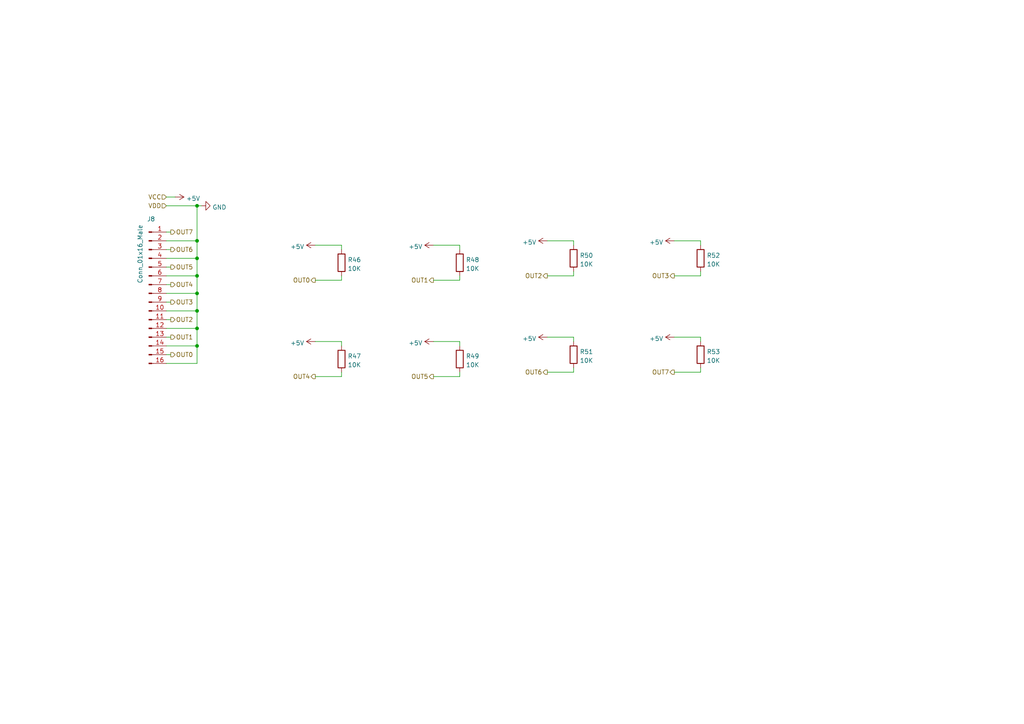
<source format=kicad_sch>
(kicad_sch (version 20211123) (generator eeschema)

  (uuid 5a86361e-58b0-4a32-867b-98ffeee022d1)

  (paper "A4")

  (title_block
    (title "Thermistor")
    (rev "Cainã C.")
    (company "Atomsat")
  )

  (lib_symbols
    (symbol "Connector:Conn_01x16_Male" (pin_names (offset 1.016) hide) (in_bom yes) (on_board yes)
      (property "Reference" "J" (id 0) (at 0 20.32 0)
        (effects (font (size 1.27 1.27)))
      )
      (property "Value" "Conn_01x16_Male" (id 1) (at 0 -22.86 0)
        (effects (font (size 1.27 1.27)))
      )
      (property "Footprint" "" (id 2) (at 0 0 0)
        (effects (font (size 1.27 1.27)) hide)
      )
      (property "Datasheet" "~" (id 3) (at 0 0 0)
        (effects (font (size 1.27 1.27)) hide)
      )
      (property "ki_keywords" "connector" (id 4) (at 0 0 0)
        (effects (font (size 1.27 1.27)) hide)
      )
      (property "ki_description" "Generic connector, single row, 01x16, script generated (kicad-library-utils/schlib/autogen/connector/)" (id 5) (at 0 0 0)
        (effects (font (size 1.27 1.27)) hide)
      )
      (property "ki_fp_filters" "Connector*:*_1x??_*" (id 6) (at 0 0 0)
        (effects (font (size 1.27 1.27)) hide)
      )
      (symbol "Conn_01x16_Male_1_1"
        (polyline
          (pts
            (xy 1.27 -20.32)
            (xy 0.8636 -20.32)
          )
          (stroke (width 0.1524) (type default) (color 0 0 0 0))
          (fill (type none))
        )
        (polyline
          (pts
            (xy 1.27 -17.78)
            (xy 0.8636 -17.78)
          )
          (stroke (width 0.1524) (type default) (color 0 0 0 0))
          (fill (type none))
        )
        (polyline
          (pts
            (xy 1.27 -15.24)
            (xy 0.8636 -15.24)
          )
          (stroke (width 0.1524) (type default) (color 0 0 0 0))
          (fill (type none))
        )
        (polyline
          (pts
            (xy 1.27 -12.7)
            (xy 0.8636 -12.7)
          )
          (stroke (width 0.1524) (type default) (color 0 0 0 0))
          (fill (type none))
        )
        (polyline
          (pts
            (xy 1.27 -10.16)
            (xy 0.8636 -10.16)
          )
          (stroke (width 0.1524) (type default) (color 0 0 0 0))
          (fill (type none))
        )
        (polyline
          (pts
            (xy 1.27 -7.62)
            (xy 0.8636 -7.62)
          )
          (stroke (width 0.1524) (type default) (color 0 0 0 0))
          (fill (type none))
        )
        (polyline
          (pts
            (xy 1.27 -5.08)
            (xy 0.8636 -5.08)
          )
          (stroke (width 0.1524) (type default) (color 0 0 0 0))
          (fill (type none))
        )
        (polyline
          (pts
            (xy 1.27 -2.54)
            (xy 0.8636 -2.54)
          )
          (stroke (width 0.1524) (type default) (color 0 0 0 0))
          (fill (type none))
        )
        (polyline
          (pts
            (xy 1.27 0)
            (xy 0.8636 0)
          )
          (stroke (width 0.1524) (type default) (color 0 0 0 0))
          (fill (type none))
        )
        (polyline
          (pts
            (xy 1.27 2.54)
            (xy 0.8636 2.54)
          )
          (stroke (width 0.1524) (type default) (color 0 0 0 0))
          (fill (type none))
        )
        (polyline
          (pts
            (xy 1.27 5.08)
            (xy 0.8636 5.08)
          )
          (stroke (width 0.1524) (type default) (color 0 0 0 0))
          (fill (type none))
        )
        (polyline
          (pts
            (xy 1.27 7.62)
            (xy 0.8636 7.62)
          )
          (stroke (width 0.1524) (type default) (color 0 0 0 0))
          (fill (type none))
        )
        (polyline
          (pts
            (xy 1.27 10.16)
            (xy 0.8636 10.16)
          )
          (stroke (width 0.1524) (type default) (color 0 0 0 0))
          (fill (type none))
        )
        (polyline
          (pts
            (xy 1.27 12.7)
            (xy 0.8636 12.7)
          )
          (stroke (width 0.1524) (type default) (color 0 0 0 0))
          (fill (type none))
        )
        (polyline
          (pts
            (xy 1.27 15.24)
            (xy 0.8636 15.24)
          )
          (stroke (width 0.1524) (type default) (color 0 0 0 0))
          (fill (type none))
        )
        (polyline
          (pts
            (xy 1.27 17.78)
            (xy 0.8636 17.78)
          )
          (stroke (width 0.1524) (type default) (color 0 0 0 0))
          (fill (type none))
        )
        (rectangle (start 0.8636 -20.193) (end 0 -20.447)
          (stroke (width 0.1524) (type default) (color 0 0 0 0))
          (fill (type outline))
        )
        (rectangle (start 0.8636 -17.653) (end 0 -17.907)
          (stroke (width 0.1524) (type default) (color 0 0 0 0))
          (fill (type outline))
        )
        (rectangle (start 0.8636 -15.113) (end 0 -15.367)
          (stroke (width 0.1524) (type default) (color 0 0 0 0))
          (fill (type outline))
        )
        (rectangle (start 0.8636 -12.573) (end 0 -12.827)
          (stroke (width 0.1524) (type default) (color 0 0 0 0))
          (fill (type outline))
        )
        (rectangle (start 0.8636 -10.033) (end 0 -10.287)
          (stroke (width 0.1524) (type default) (color 0 0 0 0))
          (fill (type outline))
        )
        (rectangle (start 0.8636 -7.493) (end 0 -7.747)
          (stroke (width 0.1524) (type default) (color 0 0 0 0))
          (fill (type outline))
        )
        (rectangle (start 0.8636 -4.953) (end 0 -5.207)
          (stroke (width 0.1524) (type default) (color 0 0 0 0))
          (fill (type outline))
        )
        (rectangle (start 0.8636 -2.413) (end 0 -2.667)
          (stroke (width 0.1524) (type default) (color 0 0 0 0))
          (fill (type outline))
        )
        (rectangle (start 0.8636 0.127) (end 0 -0.127)
          (stroke (width 0.1524) (type default) (color 0 0 0 0))
          (fill (type outline))
        )
        (rectangle (start 0.8636 2.667) (end 0 2.413)
          (stroke (width 0.1524) (type default) (color 0 0 0 0))
          (fill (type outline))
        )
        (rectangle (start 0.8636 5.207) (end 0 4.953)
          (stroke (width 0.1524) (type default) (color 0 0 0 0))
          (fill (type outline))
        )
        (rectangle (start 0.8636 7.747) (end 0 7.493)
          (stroke (width 0.1524) (type default) (color 0 0 0 0))
          (fill (type outline))
        )
        (rectangle (start 0.8636 10.287) (end 0 10.033)
          (stroke (width 0.1524) (type default) (color 0 0 0 0))
          (fill (type outline))
        )
        (rectangle (start 0.8636 12.827) (end 0 12.573)
          (stroke (width 0.1524) (type default) (color 0 0 0 0))
          (fill (type outline))
        )
        (rectangle (start 0.8636 15.367) (end 0 15.113)
          (stroke (width 0.1524) (type default) (color 0 0 0 0))
          (fill (type outline))
        )
        (rectangle (start 0.8636 17.907) (end 0 17.653)
          (stroke (width 0.1524) (type default) (color 0 0 0 0))
          (fill (type outline))
        )
        (pin passive line (at 5.08 17.78 180) (length 3.81)
          (name "Pin_1" (effects (font (size 1.27 1.27))))
          (number "1" (effects (font (size 1.27 1.27))))
        )
        (pin passive line (at 5.08 -5.08 180) (length 3.81)
          (name "Pin_10" (effects (font (size 1.27 1.27))))
          (number "10" (effects (font (size 1.27 1.27))))
        )
        (pin passive line (at 5.08 -7.62 180) (length 3.81)
          (name "Pin_11" (effects (font (size 1.27 1.27))))
          (number "11" (effects (font (size 1.27 1.27))))
        )
        (pin passive line (at 5.08 -10.16 180) (length 3.81)
          (name "Pin_12" (effects (font (size 1.27 1.27))))
          (number "12" (effects (font (size 1.27 1.27))))
        )
        (pin passive line (at 5.08 -12.7 180) (length 3.81)
          (name "Pin_13" (effects (font (size 1.27 1.27))))
          (number "13" (effects (font (size 1.27 1.27))))
        )
        (pin passive line (at 5.08 -15.24 180) (length 3.81)
          (name "Pin_14" (effects (font (size 1.27 1.27))))
          (number "14" (effects (font (size 1.27 1.27))))
        )
        (pin passive line (at 5.08 -17.78 180) (length 3.81)
          (name "Pin_15" (effects (font (size 1.27 1.27))))
          (number "15" (effects (font (size 1.27 1.27))))
        )
        (pin passive line (at 5.08 -20.32 180) (length 3.81)
          (name "Pin_16" (effects (font (size 1.27 1.27))))
          (number "16" (effects (font (size 1.27 1.27))))
        )
        (pin passive line (at 5.08 15.24 180) (length 3.81)
          (name "Pin_2" (effects (font (size 1.27 1.27))))
          (number "2" (effects (font (size 1.27 1.27))))
        )
        (pin passive line (at 5.08 12.7 180) (length 3.81)
          (name "Pin_3" (effects (font (size 1.27 1.27))))
          (number "3" (effects (font (size 1.27 1.27))))
        )
        (pin passive line (at 5.08 10.16 180) (length 3.81)
          (name "Pin_4" (effects (font (size 1.27 1.27))))
          (number "4" (effects (font (size 1.27 1.27))))
        )
        (pin passive line (at 5.08 7.62 180) (length 3.81)
          (name "Pin_5" (effects (font (size 1.27 1.27))))
          (number "5" (effects (font (size 1.27 1.27))))
        )
        (pin passive line (at 5.08 5.08 180) (length 3.81)
          (name "Pin_6" (effects (font (size 1.27 1.27))))
          (number "6" (effects (font (size 1.27 1.27))))
        )
        (pin passive line (at 5.08 2.54 180) (length 3.81)
          (name "Pin_7" (effects (font (size 1.27 1.27))))
          (number "7" (effects (font (size 1.27 1.27))))
        )
        (pin passive line (at 5.08 0 180) (length 3.81)
          (name "Pin_8" (effects (font (size 1.27 1.27))))
          (number "8" (effects (font (size 1.27 1.27))))
        )
        (pin passive line (at 5.08 -2.54 180) (length 3.81)
          (name "Pin_9" (effects (font (size 1.27 1.27))))
          (number "9" (effects (font (size 1.27 1.27))))
        )
      )
    )
    (symbol "Device:R" (pin_numbers hide) (pin_names (offset 0)) (in_bom yes) (on_board yes)
      (property "Reference" "R" (id 0) (at 2.032 0 90)
        (effects (font (size 1.27 1.27)))
      )
      (property "Value" "R" (id 1) (at 0 0 90)
        (effects (font (size 1.27 1.27)))
      )
      (property "Footprint" "" (id 2) (at -1.778 0 90)
        (effects (font (size 1.27 1.27)) hide)
      )
      (property "Datasheet" "~" (id 3) (at 0 0 0)
        (effects (font (size 1.27 1.27)) hide)
      )
      (property "ki_keywords" "R res resistor" (id 4) (at 0 0 0)
        (effects (font (size 1.27 1.27)) hide)
      )
      (property "ki_description" "Resistor" (id 5) (at 0 0 0)
        (effects (font (size 1.27 1.27)) hide)
      )
      (property "ki_fp_filters" "R_*" (id 6) (at 0 0 0)
        (effects (font (size 1.27 1.27)) hide)
      )
      (symbol "R_0_1"
        (rectangle (start -1.016 -2.54) (end 1.016 2.54)
          (stroke (width 0.254) (type default) (color 0 0 0 0))
          (fill (type none))
        )
      )
      (symbol "R_1_1"
        (pin passive line (at 0 3.81 270) (length 1.27)
          (name "~" (effects (font (size 1.27 1.27))))
          (number "1" (effects (font (size 1.27 1.27))))
        )
        (pin passive line (at 0 -3.81 90) (length 1.27)
          (name "~" (effects (font (size 1.27 1.27))))
          (number "2" (effects (font (size 1.27 1.27))))
        )
      )
    )
    (symbol "power:+5V" (power) (pin_names (offset 0)) (in_bom yes) (on_board yes)
      (property "Reference" "#PWR" (id 0) (at 0 -3.81 0)
        (effects (font (size 1.27 1.27)) hide)
      )
      (property "Value" "+5V" (id 1) (at 0 3.556 0)
        (effects (font (size 1.27 1.27)))
      )
      (property "Footprint" "" (id 2) (at 0 0 0)
        (effects (font (size 1.27 1.27)) hide)
      )
      (property "Datasheet" "" (id 3) (at 0 0 0)
        (effects (font (size 1.27 1.27)) hide)
      )
      (property "ki_keywords" "power-flag" (id 4) (at 0 0 0)
        (effects (font (size 1.27 1.27)) hide)
      )
      (property "ki_description" "Power symbol creates a global label with name \"+5V\"" (id 5) (at 0 0 0)
        (effects (font (size 1.27 1.27)) hide)
      )
      (symbol "+5V_0_1"
        (polyline
          (pts
            (xy -0.762 1.27)
            (xy 0 2.54)
          )
          (stroke (width 0) (type default) (color 0 0 0 0))
          (fill (type none))
        )
        (polyline
          (pts
            (xy 0 0)
            (xy 0 2.54)
          )
          (stroke (width 0) (type default) (color 0 0 0 0))
          (fill (type none))
        )
        (polyline
          (pts
            (xy 0 2.54)
            (xy 0.762 1.27)
          )
          (stroke (width 0) (type default) (color 0 0 0 0))
          (fill (type none))
        )
      )
      (symbol "+5V_1_1"
        (pin power_in line (at 0 0 90) (length 0) hide
          (name "+5V" (effects (font (size 1.27 1.27))))
          (number "1" (effects (font (size 1.27 1.27))))
        )
      )
    )
    (symbol "power:GND" (power) (pin_names (offset 0)) (in_bom yes) (on_board yes)
      (property "Reference" "#PWR" (id 0) (at 0 -6.35 0)
        (effects (font (size 1.27 1.27)) hide)
      )
      (property "Value" "GND" (id 1) (at 0 -3.81 0)
        (effects (font (size 1.27 1.27)))
      )
      (property "Footprint" "" (id 2) (at 0 0 0)
        (effects (font (size 1.27 1.27)) hide)
      )
      (property "Datasheet" "" (id 3) (at 0 0 0)
        (effects (font (size 1.27 1.27)) hide)
      )
      (property "ki_keywords" "power-flag" (id 4) (at 0 0 0)
        (effects (font (size 1.27 1.27)) hide)
      )
      (property "ki_description" "Power symbol creates a global label with name \"GND\" , ground" (id 5) (at 0 0 0)
        (effects (font (size 1.27 1.27)) hide)
      )
      (symbol "GND_0_1"
        (polyline
          (pts
            (xy 0 0)
            (xy 0 -1.27)
            (xy 1.27 -1.27)
            (xy 0 -2.54)
            (xy -1.27 -1.27)
            (xy 0 -1.27)
          )
          (stroke (width 0) (type default) (color 0 0 0 0))
          (fill (type none))
        )
      )
      (symbol "GND_1_1"
        (pin power_in line (at 0 0 270) (length 0) hide
          (name "GND" (effects (font (size 1.27 1.27))))
          (number "1" (effects (font (size 1.27 1.27))))
        )
      )
    )
  )

  (junction (at 57.15 100.33) (diameter 0) (color 0 0 0 0)
    (uuid 124a9f05-9969-41ed-9a84-7fa91ff7e083)
  )
  (junction (at 57.15 90.17) (diameter 0) (color 0 0 0 0)
    (uuid 19d5e900-1058-4432-86cd-22d91ed3a123)
  )
  (junction (at 57.15 95.25) (diameter 0) (color 0 0 0 0)
    (uuid 45728cb4-6e91-4ba0-8ad1-f0d8a3e727f2)
  )
  (junction (at 57.15 69.85) (diameter 0) (color 0 0 0 0)
    (uuid 66cf80bb-bdf5-4bb1-8643-b56a6262fe02)
  )
  (junction (at 57.15 80.01) (diameter 0) (color 0 0 0 0)
    (uuid b1a53c01-79be-4166-a47a-78ed7e9be15b)
  )
  (junction (at 57.15 74.93) (diameter 0) (color 0 0 0 0)
    (uuid b94cfd0e-ab2e-4ff8-aa07-04c53a362a75)
  )
  (junction (at 57.15 85.09) (diameter 0) (color 0 0 0 0)
    (uuid c3f944dd-1910-420f-b202-0f4a1b4c189d)
  )
  (junction (at 57.15 59.69) (diameter 0) (color 0 0 0 0)
    (uuid f6aaeda2-3305-4f2a-b2da-6893a7053d36)
  )

  (wire (pts (xy 158.75 80.01) (xy 166.37 80.01))
    (stroke (width 0) (type default) (color 0 0 0 0))
    (uuid 0529156c-44e3-40d6-b911-ff0cca201671)
  )
  (wire (pts (xy 57.15 74.93) (xy 57.15 69.85))
    (stroke (width 0) (type default) (color 0 0 0 0))
    (uuid 07095423-904a-4a61-8805-7f2cbaf83b63)
  )
  (wire (pts (xy 57.15 85.09) (xy 57.15 80.01))
    (stroke (width 0) (type default) (color 0 0 0 0))
    (uuid 0b5caacd-60bc-46d2-ae26-b50ae10120f4)
  )
  (wire (pts (xy 99.06 71.12) (xy 91.44 71.12))
    (stroke (width 0) (type default) (color 0 0 0 0))
    (uuid 101ff6cc-f229-4382-807a-a82aa3d05e98)
  )
  (wire (pts (xy 99.06 72.39) (xy 99.06 71.12))
    (stroke (width 0) (type default) (color 0 0 0 0))
    (uuid 10265ee3-7763-4665-97e4-21b261678a2b)
  )
  (wire (pts (xy 57.15 90.17) (xy 57.15 95.25))
    (stroke (width 0) (type default) (color 0 0 0 0))
    (uuid 1d03238d-adf8-4460-b21a-c3032850d458)
  )
  (wire (pts (xy 57.15 100.33) (xy 57.15 95.25))
    (stroke (width 0) (type default) (color 0 0 0 0))
    (uuid 22603337-6848-49a7-8d6d-4912246c6ec7)
  )
  (wire (pts (xy 166.37 71.12) (xy 166.37 69.85))
    (stroke (width 0) (type default) (color 0 0 0 0))
    (uuid 24a505c1-9210-4da8-83e0-92b9001457b6)
  )
  (wire (pts (xy 195.58 80.01) (xy 203.2 80.01))
    (stroke (width 0) (type default) (color 0 0 0 0))
    (uuid 26c3efea-a132-45e2-b544-4e142b45cdfb)
  )
  (wire (pts (xy 133.35 71.12) (xy 125.73 71.12))
    (stroke (width 0) (type default) (color 0 0 0 0))
    (uuid 28b552aa-7b80-4390-8985-8825dd644cc0)
  )
  (wire (pts (xy 203.2 106.68) (xy 203.2 107.95))
    (stroke (width 0) (type default) (color 0 0 0 0))
    (uuid 2f6f0057-1ddb-4abb-9094-fc2814dda499)
  )
  (wire (pts (xy 50.8 57.15) (xy 48.26 57.15))
    (stroke (width 0) (type default) (color 0 0 0 0))
    (uuid 332db9e3-55f8-42f3-8fb5-04fdeacf1bb4)
  )
  (wire (pts (xy 203.2 97.79) (xy 195.58 97.79))
    (stroke (width 0) (type default) (color 0 0 0 0))
    (uuid 3e217df9-2116-4974-80f5-5ba862ac783b)
  )
  (wire (pts (xy 166.37 69.85) (xy 158.75 69.85))
    (stroke (width 0) (type default) (color 0 0 0 0))
    (uuid 42b20fce-cafa-4110-96da-2beddbede5e7)
  )
  (wire (pts (xy 203.2 99.06) (xy 203.2 97.79))
    (stroke (width 0) (type default) (color 0 0 0 0))
    (uuid 43d9c3e2-186b-4859-90e9-3e737d0f7e3a)
  )
  (wire (pts (xy 48.26 69.85) (xy 57.15 69.85))
    (stroke (width 0) (type default) (color 0 0 0 0))
    (uuid 4639909f-beb1-4e8c-9243-2ef9ae5509c0)
  )
  (wire (pts (xy 48.26 67.31) (xy 49.53 67.31))
    (stroke (width 0) (type default) (color 0 0 0 0))
    (uuid 4a41cd1d-6c54-4ede-9761-2421feb8620a)
  )
  (wire (pts (xy 48.26 92.71) (xy 49.53 92.71))
    (stroke (width 0) (type default) (color 0 0 0 0))
    (uuid 4bdc30fa-c617-4192-a2d7-4799de37fd66)
  )
  (wire (pts (xy 57.15 80.01) (xy 57.15 74.93))
    (stroke (width 0) (type default) (color 0 0 0 0))
    (uuid 50c17163-83b1-440e-92fc-a68a680adc84)
  )
  (wire (pts (xy 166.37 97.79) (xy 158.75 97.79))
    (stroke (width 0) (type default) (color 0 0 0 0))
    (uuid 5122614f-aa89-4b70-9a47-ac7a98aa2178)
  )
  (wire (pts (xy 91.44 109.22) (xy 99.06 109.22))
    (stroke (width 0) (type default) (color 0 0 0 0))
    (uuid 58bff9b5-2e9e-4e36-b1e4-5ed9c3a35c64)
  )
  (wire (pts (xy 166.37 99.06) (xy 166.37 97.79))
    (stroke (width 0) (type default) (color 0 0 0 0))
    (uuid 5bfc2c4f-81d7-41a5-95a4-84a880e1211e)
  )
  (wire (pts (xy 133.35 80.01) (xy 133.35 81.28))
    (stroke (width 0) (type default) (color 0 0 0 0))
    (uuid 5f53d738-aa9b-428e-a714-778e57b38a84)
  )
  (wire (pts (xy 57.15 59.69) (xy 58.42 59.69))
    (stroke (width 0) (type default) (color 0 0 0 0))
    (uuid 6090953d-3821-4d16-a3e0-f4e04948d683)
  )
  (wire (pts (xy 125.73 109.22) (xy 133.35 109.22))
    (stroke (width 0) (type default) (color 0 0 0 0))
    (uuid 61d20083-2c3a-4124-abd0-03a9f02bc5c9)
  )
  (wire (pts (xy 48.26 80.01) (xy 57.15 80.01))
    (stroke (width 0) (type default) (color 0 0 0 0))
    (uuid 68e9e817-7416-46ea-beef-aa64590704fc)
  )
  (wire (pts (xy 48.26 82.55) (xy 49.53 82.55))
    (stroke (width 0) (type default) (color 0 0 0 0))
    (uuid 781577db-f9b1-4e20-8ad3-22a701821545)
  )
  (wire (pts (xy 195.58 107.95) (xy 203.2 107.95))
    (stroke (width 0) (type default) (color 0 0 0 0))
    (uuid 7a6b6d3b-f037-4c6d-b111-f64f63f18a8c)
  )
  (wire (pts (xy 48.26 105.41) (xy 57.15 105.41))
    (stroke (width 0) (type default) (color 0 0 0 0))
    (uuid 7c2f814d-ffe6-4f62-9fb5-8c0b19d9c860)
  )
  (wire (pts (xy 48.26 87.63) (xy 49.53 87.63))
    (stroke (width 0) (type default) (color 0 0 0 0))
    (uuid 7ddb3640-0dcd-4444-82d1-fbefb920c29b)
  )
  (wire (pts (xy 99.06 80.01) (xy 99.06 81.28))
    (stroke (width 0) (type default) (color 0 0 0 0))
    (uuid 7edf2c13-7206-472c-9605-d30c529a03d3)
  )
  (wire (pts (xy 57.15 105.41) (xy 57.15 100.33))
    (stroke (width 0) (type default) (color 0 0 0 0))
    (uuid 7fed3097-c1ca-4105-b453-5b8c8cd5d487)
  )
  (wire (pts (xy 203.2 69.85) (xy 195.58 69.85))
    (stroke (width 0) (type default) (color 0 0 0 0))
    (uuid 8338a17b-48a8-46ec-b87a-d9056e521fd5)
  )
  (wire (pts (xy 133.35 72.39) (xy 133.35 71.12))
    (stroke (width 0) (type default) (color 0 0 0 0))
    (uuid 86dc4bda-2c3c-45b5-8a73-053e123d9711)
  )
  (wire (pts (xy 99.06 100.33) (xy 99.06 99.06))
    (stroke (width 0) (type default) (color 0 0 0 0))
    (uuid 8820fa97-b225-4144-b686-3bce6ddd6c24)
  )
  (wire (pts (xy 48.26 97.79) (xy 49.53 97.79))
    (stroke (width 0) (type default) (color 0 0 0 0))
    (uuid 8a161b53-6438-40ae-b229-58b41203e817)
  )
  (wire (pts (xy 48.26 72.39) (xy 49.53 72.39))
    (stroke (width 0) (type default) (color 0 0 0 0))
    (uuid 8f532e86-ab0c-4c40-a5a7-63ad39592fc2)
  )
  (wire (pts (xy 133.35 107.95) (xy 133.35 109.22))
    (stroke (width 0) (type default) (color 0 0 0 0))
    (uuid 9349495a-9a99-4158-89d7-ccaa01ba322c)
  )
  (wire (pts (xy 48.26 77.47) (xy 49.53 77.47))
    (stroke (width 0) (type default) (color 0 0 0 0))
    (uuid 96a7a9b6-1378-4483-a141-fcfb6578eec4)
  )
  (wire (pts (xy 166.37 78.74) (xy 166.37 80.01))
    (stroke (width 0) (type default) (color 0 0 0 0))
    (uuid 977f3335-a32b-4ad5-8b1c-4e2101c48fac)
  )
  (wire (pts (xy 48.26 74.93) (xy 57.15 74.93))
    (stroke (width 0) (type default) (color 0 0 0 0))
    (uuid 9faa6731-cfd0-4976-94ac-45d6e29ceaa9)
  )
  (wire (pts (xy 91.44 81.28) (xy 99.06 81.28))
    (stroke (width 0) (type default) (color 0 0 0 0))
    (uuid a43b6bd5-73a0-4b53-8eb4-e0d6a369b0dc)
  )
  (wire (pts (xy 125.73 81.28) (xy 133.35 81.28))
    (stroke (width 0) (type default) (color 0 0 0 0))
    (uuid af028170-e945-41b4-a20a-142b5f03426a)
  )
  (wire (pts (xy 48.26 90.17) (xy 57.15 90.17))
    (stroke (width 0) (type default) (color 0 0 0 0))
    (uuid b0df22a0-b5fe-4d8b-bf7c-6b4f591d840b)
  )
  (wire (pts (xy 166.37 106.68) (xy 166.37 107.95))
    (stroke (width 0) (type default) (color 0 0 0 0))
    (uuid b5872982-2402-4121-9f9b-22bc3864ff32)
  )
  (wire (pts (xy 99.06 99.06) (xy 91.44 99.06))
    (stroke (width 0) (type default) (color 0 0 0 0))
    (uuid ba6b213e-6fca-4129-a1fc-de0665bedf5f)
  )
  (wire (pts (xy 57.15 85.09) (xy 57.15 90.17))
    (stroke (width 0) (type default) (color 0 0 0 0))
    (uuid be0bfdb2-1deb-41e7-a134-da9594fdffc6)
  )
  (wire (pts (xy 48.26 59.69) (xy 57.15 59.69))
    (stroke (width 0) (type default) (color 0 0 0 0))
    (uuid c2e699c6-4556-4d0d-8623-6cc108b0a2a2)
  )
  (wire (pts (xy 48.26 102.87) (xy 49.53 102.87))
    (stroke (width 0) (type default) (color 0 0 0 0))
    (uuid ce7f70d3-f367-47e4-af07-3fdd5dcb41fb)
  )
  (wire (pts (xy 203.2 71.12) (xy 203.2 69.85))
    (stroke (width 0) (type default) (color 0 0 0 0))
    (uuid d799c389-1a2c-45c4-9633-312365542056)
  )
  (wire (pts (xy 158.75 107.95) (xy 166.37 107.95))
    (stroke (width 0) (type default) (color 0 0 0 0))
    (uuid d7cdb57b-7592-47a9-b7de-a04945982245)
  )
  (wire (pts (xy 57.15 69.85) (xy 57.15 59.69))
    (stroke (width 0) (type default) (color 0 0 0 0))
    (uuid de06d772-3aab-4abb-bba0-4649020fce80)
  )
  (wire (pts (xy 203.2 78.74) (xy 203.2 80.01))
    (stroke (width 0) (type default) (color 0 0 0 0))
    (uuid e09de946-e865-426e-93de-35a885cc6111)
  )
  (wire (pts (xy 48.26 95.25) (xy 57.15 95.25))
    (stroke (width 0) (type default) (color 0 0 0 0))
    (uuid e14ef530-2a85-414c-93bc-3f8d46a6cdbb)
  )
  (wire (pts (xy 133.35 100.33) (xy 133.35 99.06))
    (stroke (width 0) (type default) (color 0 0 0 0))
    (uuid e4e6ec0f-aee8-491f-88a5-81dd22d60d3d)
  )
  (wire (pts (xy 48.26 100.33) (xy 57.15 100.33))
    (stroke (width 0) (type default) (color 0 0 0 0))
    (uuid e7a5e764-8188-4f00-b95c-f7a23e397e48)
  )
  (wire (pts (xy 133.35 99.06) (xy 125.73 99.06))
    (stroke (width 0) (type default) (color 0 0 0 0))
    (uuid ea40caff-de19-42fd-81df-92be82a64be4)
  )
  (wire (pts (xy 48.26 85.09) (xy 57.15 85.09))
    (stroke (width 0) (type default) (color 0 0 0 0))
    (uuid f00d4873-d1d3-46e5-b03a-cf33f380b6b3)
  )
  (wire (pts (xy 99.06 107.95) (xy 99.06 109.22))
    (stroke (width 0) (type default) (color 0 0 0 0))
    (uuid f4800ee6-c779-4a89-a99f-abf00cad7e25)
  )

  (hierarchical_label "OUT2" (shape output) (at 49.53 92.71 0)
    (effects (font (size 1.27 1.27)) (justify left))
    (uuid 3050cd25-952f-4c63-b94a-a44254981451)
  )
  (hierarchical_label "OUT5" (shape output) (at 49.53 77.47 0)
    (effects (font (size 1.27 1.27)) (justify left))
    (uuid 47748928-3457-41bb-953e-c58fdfb9db86)
  )
  (hierarchical_label "OUT2" (shape output) (at 158.75 80.01 180)
    (effects (font (size 1.27 1.27)) (justify right))
    (uuid 4d086a03-abfa-44f7-a603-7efb646bd802)
  )
  (hierarchical_label "OUT0" (shape output) (at 91.44 81.28 180)
    (effects (font (size 1.27 1.27)) (justify right))
    (uuid 61f9c4dc-27b4-422c-b570-fabf2f8543a3)
  )
  (hierarchical_label "OUT1" (shape output) (at 125.73 81.28 180)
    (effects (font (size 1.27 1.27)) (justify right))
    (uuid 65021b9b-4042-4ac9-a386-47ce8033abba)
  )
  (hierarchical_label "OUT3" (shape output) (at 49.53 87.63 0)
    (effects (font (size 1.27 1.27)) (justify left))
    (uuid 6b42ee50-f5c7-4351-b426-bb66867d6808)
  )
  (hierarchical_label "VDD" (shape input) (at 48.26 59.69 180)
    (effects (font (size 1.27 1.27)) (justify right))
    (uuid 8f7aefc9-4efa-411b-a3a6-b37281ab5633)
  )
  (hierarchical_label "OUT3" (shape output) (at 195.58 80.01 180)
    (effects (font (size 1.27 1.27)) (justify right))
    (uuid 93162f5c-ce55-41c0-b5ef-0a88fc00b96c)
  )
  (hierarchical_label "VCC" (shape input) (at 48.26 57.15 180)
    (effects (font (size 1.27 1.27)) (justify right))
    (uuid 9efabc47-8845-41e4-9f37-8c5efdc37da6)
  )
  (hierarchical_label "OUT5" (shape output) (at 125.73 109.22 180)
    (effects (font (size 1.27 1.27)) (justify right))
    (uuid a9d77934-cfb3-4b38-bd7d-2de9efe89c56)
  )
  (hierarchical_label "OUT7" (shape output) (at 49.53 67.31 0)
    (effects (font (size 1.27 1.27)) (justify left))
    (uuid b301df02-6d5d-4f4b-a2ea-c488a5d3c08f)
  )
  (hierarchical_label "OUT0" (shape output) (at 49.53 102.87 0)
    (effects (font (size 1.27 1.27)) (justify left))
    (uuid b8316b0c-c87f-4d41-b0ca-f3ef6633cd49)
  )
  (hierarchical_label "OUT4" (shape output) (at 49.53 82.55 0)
    (effects (font (size 1.27 1.27)) (justify left))
    (uuid caa47e44-74f7-4f31-af41-2a8b6ced5a41)
  )
  (hierarchical_label "OUT4" (shape output) (at 91.44 109.22 180)
    (effects (font (size 1.27 1.27)) (justify right))
    (uuid cf4c597c-2376-4fb6-8435-7c56ec4fe0b8)
  )
  (hierarchical_label "OUT1" (shape output) (at 49.53 97.79 0)
    (effects (font (size 1.27 1.27)) (justify left))
    (uuid db1401d3-3e8f-4a4a-aaab-6ba3e66f50d2)
  )
  (hierarchical_label "OUT6" (shape output) (at 49.53 72.39 0)
    (effects (font (size 1.27 1.27)) (justify left))
    (uuid dd4576da-8dc2-4e6e-8ff1-250564769260)
  )
  (hierarchical_label "OUT7" (shape output) (at 195.58 107.95 180)
    (effects (font (size 1.27 1.27)) (justify right))
    (uuid e3591464-67cc-4b79-86a7-7b36c0357c8b)
  )
  (hierarchical_label "OUT6" (shape output) (at 158.75 107.95 180)
    (effects (font (size 1.27 1.27)) (justify right))
    (uuid f1273f76-aa01-4682-9ee5-9c9b89db493d)
  )

  (symbol (lib_id "power:+5V") (at 195.58 69.85 90) (unit 1)
    (in_bom yes) (on_board yes) (fields_autoplaced)
    (uuid 089c0135-4dc8-4a9c-8fed-5fae1fe6a1fb)
    (property "Reference" "#PWR062" (id 0) (at 199.39 69.85 0)
      (effects (font (size 1.27 1.27)) hide)
    )
    (property "Value" "+5V" (id 1) (at 192.4051 70.2838 90)
      (effects (font (size 1.27 1.27)) (justify left))
    )
    (property "Footprint" "" (id 2) (at 195.58 69.85 0)
      (effects (font (size 1.27 1.27)) hide)
    )
    (property "Datasheet" "" (id 3) (at 195.58 69.85 0)
      (effects (font (size 1.27 1.27)) hide)
    )
    (pin "1" (uuid 4e6eacc0-aae7-4736-9bac-f417b515d3f7))
  )

  (symbol (lib_id "power:+5V") (at 158.75 97.79 90) (unit 1)
    (in_bom yes) (on_board yes) (fields_autoplaced)
    (uuid 186b554e-1818-4f8e-9478-7b255c14c0fc)
    (property "Reference" "#PWR061" (id 0) (at 162.56 97.79 0)
      (effects (font (size 1.27 1.27)) hide)
    )
    (property "Value" "+5V" (id 1) (at 155.5751 98.2238 90)
      (effects (font (size 1.27 1.27)) (justify left))
    )
    (property "Footprint" "" (id 2) (at 158.75 97.79 0)
      (effects (font (size 1.27 1.27)) hide)
    )
    (property "Datasheet" "" (id 3) (at 158.75 97.79 0)
      (effects (font (size 1.27 1.27)) hide)
    )
    (pin "1" (uuid c523dd7b-b4aa-4193-a96f-fb2f3810221c))
  )

  (symbol (lib_id "power:+5V") (at 158.75 69.85 90) (unit 1)
    (in_bom yes) (on_board yes) (fields_autoplaced)
    (uuid 2e4206d1-f92d-41a6-932d-4d24ac120701)
    (property "Reference" "#PWR060" (id 0) (at 162.56 69.85 0)
      (effects (font (size 1.27 1.27)) hide)
    )
    (property "Value" "+5V" (id 1) (at 155.5751 70.2838 90)
      (effects (font (size 1.27 1.27)) (justify left))
    )
    (property "Footprint" "" (id 2) (at 158.75 69.85 0)
      (effects (font (size 1.27 1.27)) hide)
    )
    (property "Datasheet" "" (id 3) (at 158.75 69.85 0)
      (effects (font (size 1.27 1.27)) hide)
    )
    (pin "1" (uuid a553e090-5a03-43fe-9d51-9b72c5d5397f))
  )

  (symbol (lib_id "Device:R") (at 99.06 104.14 0) (unit 1)
    (in_bom yes) (on_board yes) (fields_autoplaced)
    (uuid 3233dc6c-2e72-4599-a041-0184b5fecee4)
    (property "Reference" "R47" (id 0) (at 100.838 103.3053 0)
      (effects (font (size 1.27 1.27)) (justify left))
    )
    (property "Value" "10K" (id 1) (at 100.838 105.8422 0)
      (effects (font (size 1.27 1.27)) (justify left))
    )
    (property "Footprint" "Resistor_SMD:R_0805_2012Metric" (id 2) (at 97.282 104.14 90)
      (effects (font (size 1.27 1.27)) hide)
    )
    (property "Datasheet" "~" (id 3) (at 99.06 104.14 0)
      (effects (font (size 1.27 1.27)) hide)
    )
    (pin "1" (uuid fc9ac9cc-8939-4b3f-923d-0553b5c59f29))
    (pin "2" (uuid 544587ff-6270-4270-9651-b0e1c7b4c5c9))
  )

  (symbol (lib_id "power:GND") (at 58.42 59.69 90) (unit 1)
    (in_bom yes) (on_board yes) (fields_autoplaced)
    (uuid 37964632-4444-4e19-851f-2d2eb8c716dd)
    (property "Reference" "#PWR055" (id 0) (at 64.77 59.69 0)
      (effects (font (size 1.27 1.27)) hide)
    )
    (property "Value" "GND" (id 1) (at 61.595 60.1238 90)
      (effects (font (size 1.27 1.27)) (justify right))
    )
    (property "Footprint" "" (id 2) (at 58.42 59.69 0)
      (effects (font (size 1.27 1.27)) hide)
    )
    (property "Datasheet" "" (id 3) (at 58.42 59.69 0)
      (effects (font (size 1.27 1.27)) hide)
    )
    (pin "1" (uuid 9ebc30dd-ab97-4614-a215-f90d9a2ca163))
  )

  (symbol (lib_id "power:+5V") (at 125.73 99.06 90) (unit 1)
    (in_bom yes) (on_board yes) (fields_autoplaced)
    (uuid 4f7a80d8-b0e3-44dd-84e0-7c69760fb678)
    (property "Reference" "#PWR059" (id 0) (at 129.54 99.06 0)
      (effects (font (size 1.27 1.27)) hide)
    )
    (property "Value" "+5V" (id 1) (at 122.5551 99.4938 90)
      (effects (font (size 1.27 1.27)) (justify left))
    )
    (property "Footprint" "" (id 2) (at 125.73 99.06 0)
      (effects (font (size 1.27 1.27)) hide)
    )
    (property "Datasheet" "" (id 3) (at 125.73 99.06 0)
      (effects (font (size 1.27 1.27)) hide)
    )
    (pin "1" (uuid 7f12e36f-3ba1-4033-96af-97d107c99f0b))
  )

  (symbol (lib_id "power:+5V") (at 50.8 57.15 270) (unit 1)
    (in_bom yes) (on_board yes) (fields_autoplaced)
    (uuid 6c5b9fb6-7d8a-4aa1-8b5e-479cb79f5da5)
    (property "Reference" "#PWR054" (id 0) (at 46.99 57.15 0)
      (effects (font (size 1.27 1.27)) hide)
    )
    (property "Value" "+5V" (id 1) (at 53.975 57.5838 90)
      (effects (font (size 1.27 1.27)) (justify left))
    )
    (property "Footprint" "" (id 2) (at 50.8 57.15 0)
      (effects (font (size 1.27 1.27)) hide)
    )
    (property "Datasheet" "" (id 3) (at 50.8 57.15 0)
      (effects (font (size 1.27 1.27)) hide)
    )
    (pin "1" (uuid 515275e1-6707-49bf-ac02-701b2a7c9c73))
  )

  (symbol (lib_id "power:+5V") (at 125.73 71.12 90) (unit 1)
    (in_bom yes) (on_board yes) (fields_autoplaced)
    (uuid 78fb7bcc-fab8-4ad2-bf70-9b6704b110cf)
    (property "Reference" "#PWR058" (id 0) (at 129.54 71.12 0)
      (effects (font (size 1.27 1.27)) hide)
    )
    (property "Value" "+5V" (id 1) (at 122.5551 71.5538 90)
      (effects (font (size 1.27 1.27)) (justify left))
    )
    (property "Footprint" "" (id 2) (at 125.73 71.12 0)
      (effects (font (size 1.27 1.27)) hide)
    )
    (property "Datasheet" "" (id 3) (at 125.73 71.12 0)
      (effects (font (size 1.27 1.27)) hide)
    )
    (pin "1" (uuid f8ed4e9d-66b8-4237-86e2-4dbfd8c7c058))
  )

  (symbol (lib_id "Device:R") (at 166.37 74.93 0) (unit 1)
    (in_bom yes) (on_board yes) (fields_autoplaced)
    (uuid 793e3ad5-af9e-49e8-b143-59f481004d47)
    (property "Reference" "R50" (id 0) (at 168.148 74.0953 0)
      (effects (font (size 1.27 1.27)) (justify left))
    )
    (property "Value" "10K" (id 1) (at 168.148 76.6322 0)
      (effects (font (size 1.27 1.27)) (justify left))
    )
    (property "Footprint" "Resistor_SMD:R_0805_2012Metric" (id 2) (at 164.592 74.93 90)
      (effects (font (size 1.27 1.27)) hide)
    )
    (property "Datasheet" "~" (id 3) (at 166.37 74.93 0)
      (effects (font (size 1.27 1.27)) hide)
    )
    (pin "1" (uuid 531375a1-a07d-42f6-8cbc-358881120d16))
    (pin "2" (uuid e29f19df-b1df-4c79-99a5-06600a073df3))
  )

  (symbol (lib_id "Device:R") (at 203.2 102.87 0) (unit 1)
    (in_bom yes) (on_board yes) (fields_autoplaced)
    (uuid 8ced6f73-39ac-4139-b06f-15dc59ddb6a8)
    (property "Reference" "R53" (id 0) (at 204.978 102.0353 0)
      (effects (font (size 1.27 1.27)) (justify left))
    )
    (property "Value" "10K" (id 1) (at 204.978 104.5722 0)
      (effects (font (size 1.27 1.27)) (justify left))
    )
    (property "Footprint" "Resistor_SMD:R_0805_2012Metric" (id 2) (at 201.422 102.87 90)
      (effects (font (size 1.27 1.27)) hide)
    )
    (property "Datasheet" "~" (id 3) (at 203.2 102.87 0)
      (effects (font (size 1.27 1.27)) hide)
    )
    (pin "1" (uuid f8d80ffd-e717-44f4-b766-1dbc7bbff1ae))
    (pin "2" (uuid a49e6e43-e16f-4511-a70f-9329ad8f4513))
  )

  (symbol (lib_id "Device:R") (at 166.37 102.87 0) (unit 1)
    (in_bom yes) (on_board yes) (fields_autoplaced)
    (uuid 8d84afcc-4327-4b49-8697-f85a6e846985)
    (property "Reference" "R51" (id 0) (at 168.148 102.0353 0)
      (effects (font (size 1.27 1.27)) (justify left))
    )
    (property "Value" "10K" (id 1) (at 168.148 104.5722 0)
      (effects (font (size 1.27 1.27)) (justify left))
    )
    (property "Footprint" "Resistor_SMD:R_0805_2012Metric" (id 2) (at 164.592 102.87 90)
      (effects (font (size 1.27 1.27)) hide)
    )
    (property "Datasheet" "~" (id 3) (at 166.37 102.87 0)
      (effects (font (size 1.27 1.27)) hide)
    )
    (pin "1" (uuid 9a888ae3-c184-4f35-a071-ea95a118930a))
    (pin "2" (uuid f382f994-142d-4972-bb1f-7773cc7e4c77))
  )

  (symbol (lib_id "Connector:Conn_01x16_Male") (at 43.18 85.09 0) (unit 1)
    (in_bom yes) (on_board yes)
    (uuid 93383511-07dd-4911-9b32-a84106ae721b)
    (property "Reference" "J8" (id 0) (at 43.815 63.534 0))
    (property "Value" "Conn_01x16_Male" (id 1) (at 40.64 73.66 90))
    (property "Footprint" "Connector_JST:JST_PHD_S16B-PHDSS_2x08_P2.00mm_Horizontal" (id 2) (at 43.18 85.09 0)
      (effects (font (size 1.27 1.27)) hide)
    )
    (property "Datasheet" "~" (id 3) (at 43.18 85.09 0)
      (effects (font (size 1.27 1.27)) hide)
    )
    (pin "1" (uuid 3cc1d84f-7583-40a5-9d8a-79526470c73a))
    (pin "10" (uuid a90707f6-6454-4561-9d4b-659e4edbd321))
    (pin "11" (uuid a412cdb5-ebd5-43f8-a565-7b030c371dca))
    (pin "12" (uuid d4da2b9c-b195-46ca-9f64-524551035f6e))
    (pin "13" (uuid 41095040-670c-41cc-8609-2f5cfb7ccf9d))
    (pin "14" (uuid 73d3fe47-89d5-4ba3-8eff-3846e623ca6f))
    (pin "15" (uuid 6f2d47b5-4040-4c49-9d36-1a2cb3e325b7))
    (pin "16" (uuid 02b1a941-1045-4f0f-9491-bf05a47545f3))
    (pin "2" (uuid 139aa74c-c2c5-48a2-84d8-e6f184357fe9))
    (pin "3" (uuid af711d85-2a7b-4efd-8812-3e09137d177e))
    (pin "4" (uuid 29e37faa-315c-44a0-bc9c-8a48bebddc09))
    (pin "5" (uuid 8d8353d2-0e56-4a29-9d3c-b48c77d79171))
    (pin "6" (uuid 154553f9-6870-493b-b0e7-f2a713e130b5))
    (pin "7" (uuid beccef4c-69a9-4466-89c6-9cb1ffe983cb))
    (pin "8" (uuid d9ce97a5-5a3a-4657-8a8f-562c89e7f456))
    (pin "9" (uuid bc27e020-2bd6-4e1f-886e-66feda2198eb))
  )

  (symbol (lib_id "Device:R") (at 133.35 104.14 0) (unit 1)
    (in_bom yes) (on_board yes) (fields_autoplaced)
    (uuid c113dd07-65db-4aee-8b90-dbc03c746691)
    (property "Reference" "R49" (id 0) (at 135.128 103.3053 0)
      (effects (font (size 1.27 1.27)) (justify left))
    )
    (property "Value" "10K" (id 1) (at 135.128 105.8422 0)
      (effects (font (size 1.27 1.27)) (justify left))
    )
    (property "Footprint" "Resistor_SMD:R_0805_2012Metric" (id 2) (at 131.572 104.14 90)
      (effects (font (size 1.27 1.27)) hide)
    )
    (property "Datasheet" "~" (id 3) (at 133.35 104.14 0)
      (effects (font (size 1.27 1.27)) hide)
    )
    (pin "1" (uuid ca28ceac-1388-4b3d-99fb-4ad89f141fe0))
    (pin "2" (uuid 501f20b3-3e7d-4d4c-a54f-74f1bb5a8914))
  )

  (symbol (lib_id "power:+5V") (at 195.58 97.79 90) (unit 1)
    (in_bom yes) (on_board yes) (fields_autoplaced)
    (uuid cb74c858-20f5-47c5-83c1-cbe18a7bceaa)
    (property "Reference" "#PWR063" (id 0) (at 199.39 97.79 0)
      (effects (font (size 1.27 1.27)) hide)
    )
    (property "Value" "+5V" (id 1) (at 192.4051 98.2238 90)
      (effects (font (size 1.27 1.27)) (justify left))
    )
    (property "Footprint" "" (id 2) (at 195.58 97.79 0)
      (effects (font (size 1.27 1.27)) hide)
    )
    (property "Datasheet" "" (id 3) (at 195.58 97.79 0)
      (effects (font (size 1.27 1.27)) hide)
    )
    (pin "1" (uuid 70b7a79c-5bce-4844-9af1-7e4929307b5b))
  )

  (symbol (lib_id "power:+5V") (at 91.44 99.06 90) (unit 1)
    (in_bom yes) (on_board yes) (fields_autoplaced)
    (uuid dbc02335-245e-46d4-905f-ff897494e7eb)
    (property "Reference" "#PWR057" (id 0) (at 95.25 99.06 0)
      (effects (font (size 1.27 1.27)) hide)
    )
    (property "Value" "+5V" (id 1) (at 88.2651 99.4938 90)
      (effects (font (size 1.27 1.27)) (justify left))
    )
    (property "Footprint" "" (id 2) (at 91.44 99.06 0)
      (effects (font (size 1.27 1.27)) hide)
    )
    (property "Datasheet" "" (id 3) (at 91.44 99.06 0)
      (effects (font (size 1.27 1.27)) hide)
    )
    (pin "1" (uuid 281adea7-9ec5-4ba0-8df2-8a11d3669184))
  )

  (symbol (lib_id "power:+5V") (at 91.44 71.12 90) (unit 1)
    (in_bom yes) (on_board yes) (fields_autoplaced)
    (uuid dd09acac-8b6d-4003-81da-573ed0fb7a4f)
    (property "Reference" "#PWR056" (id 0) (at 95.25 71.12 0)
      (effects (font (size 1.27 1.27)) hide)
    )
    (property "Value" "+5V" (id 1) (at 88.2651 71.5538 90)
      (effects (font (size 1.27 1.27)) (justify left))
    )
    (property "Footprint" "" (id 2) (at 91.44 71.12 0)
      (effects (font (size 1.27 1.27)) hide)
    )
    (property "Datasheet" "" (id 3) (at 91.44 71.12 0)
      (effects (font (size 1.27 1.27)) hide)
    )
    (pin "1" (uuid 9d7bf36a-aee0-45bc-ad0a-b9688319ab49))
  )

  (symbol (lib_id "Device:R") (at 133.35 76.2 0) (unit 1)
    (in_bom yes) (on_board yes) (fields_autoplaced)
    (uuid ded85625-ea25-45ff-9ee9-2dc946cf629a)
    (property "Reference" "R48" (id 0) (at 135.128 75.3653 0)
      (effects (font (size 1.27 1.27)) (justify left))
    )
    (property "Value" "10K" (id 1) (at 135.128 77.9022 0)
      (effects (font (size 1.27 1.27)) (justify left))
    )
    (property "Footprint" "Resistor_SMD:R_0805_2012Metric" (id 2) (at 131.572 76.2 90)
      (effects (font (size 1.27 1.27)) hide)
    )
    (property "Datasheet" "~" (id 3) (at 133.35 76.2 0)
      (effects (font (size 1.27 1.27)) hide)
    )
    (pin "1" (uuid ca9bc7d8-cfcd-4c40-927d-91a2778cd2db))
    (pin "2" (uuid 3f241a37-f742-4b15-9f7d-b30f9d975f87))
  )

  (symbol (lib_id "Device:R") (at 99.06 76.2 0) (unit 1)
    (in_bom yes) (on_board yes) (fields_autoplaced)
    (uuid e6c18b34-531c-4684-8f8d-56cca2ad2520)
    (property "Reference" "R46" (id 0) (at 100.838 75.3653 0)
      (effects (font (size 1.27 1.27)) (justify left))
    )
    (property "Value" "10K" (id 1) (at 100.838 77.9022 0)
      (effects (font (size 1.27 1.27)) (justify left))
    )
    (property "Footprint" "Resistor_SMD:R_0805_2012Metric" (id 2) (at 97.282 76.2 90)
      (effects (font (size 1.27 1.27)) hide)
    )
    (property "Datasheet" "~" (id 3) (at 99.06 76.2 0)
      (effects (font (size 1.27 1.27)) hide)
    )
    (pin "1" (uuid 0da0ead0-7c93-42ab-af6a-fad0d7574531))
    (pin "2" (uuid 378c148e-6de8-4c2a-b3a9-c7ff766fb8f5))
  )

  (symbol (lib_id "Device:R") (at 203.2 74.93 0) (unit 1)
    (in_bom yes) (on_board yes) (fields_autoplaced)
    (uuid fcac29b3-8072-4058-9cd1-ad78aa0cbd31)
    (property "Reference" "R52" (id 0) (at 204.978 74.0953 0)
      (effects (font (size 1.27 1.27)) (justify left))
    )
    (property "Value" "10K" (id 1) (at 204.978 76.6322 0)
      (effects (font (size 1.27 1.27)) (justify left))
    )
    (property "Footprint" "Resistor_SMD:R_0805_2012Metric" (id 2) (at 201.422 74.93 90)
      (effects (font (size 1.27 1.27)) hide)
    )
    (property "Datasheet" "~" (id 3) (at 203.2 74.93 0)
      (effects (font (size 1.27 1.27)) hide)
    )
    (pin "1" (uuid d658ade9-371f-43ce-ac28-dca21e6369fb))
    (pin "2" (uuid d24392bf-5282-4884-9765-dadc8ccab377))
  )
)

</source>
